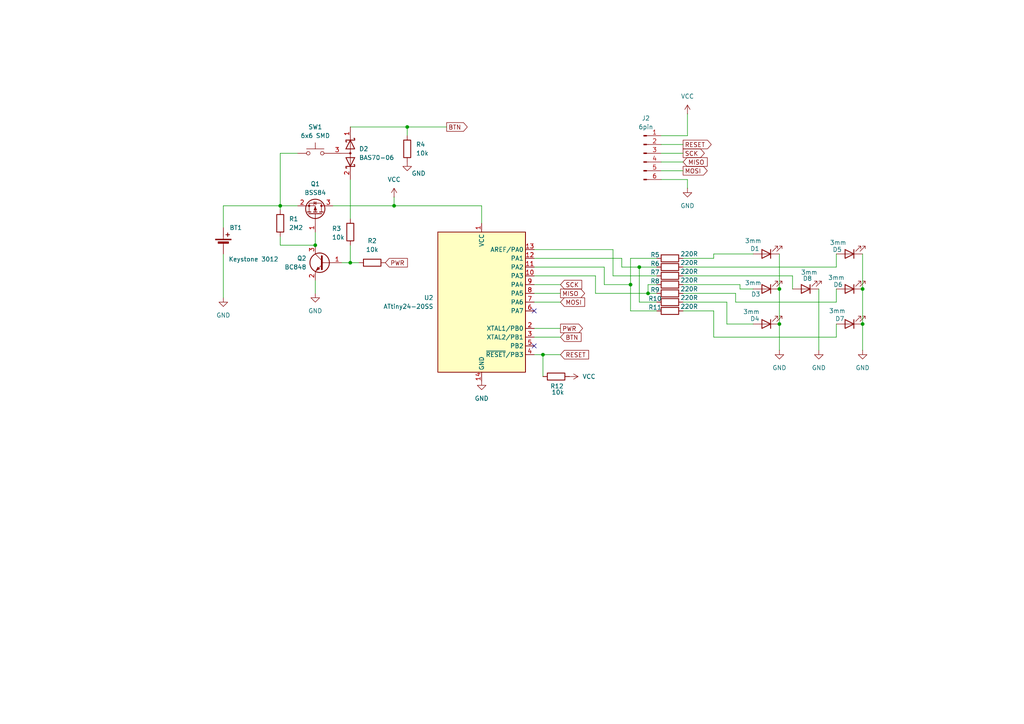
<source format=kicad_sch>
(kicad_sch (version 20250114) (generator "eeschema") (generator_version "9.0")
  (paper "A4")
  (title_block (title "Electronic dice (SMD)") (date "2025-09-17") (rev "1") (company "www.elektrokrouzek.cz"))
  (lib_symbols
    (symbol "Connector:Conn_01x06_Pin" (pin_names (offset 1.016) (hide yes))
      (property "Reference" "J" (at 0 7.62 0))
      (property "Value" "Conn_01x06_Pin" (at 0 -10.16 0))
      (symbol "Conn_01x06_Pin_1_1"
        (rectangle (start 0.8636 5.207) (end 0 4.953) (stroke (width 0.1524)) (fill (type outline)))
        (rectangle (start 0.8636 2.667) (end 0 2.413) (stroke (width 0.1524)) (fill (type outline)))
        (rectangle (start 0.8636 0.127) (end 0 -0.127) (stroke (width 0.1524)) (fill (type outline)))
        (rectangle (start 0.8636 -2.413) (end 0 -2.667) (stroke (width 0.1524)) (fill (type outline)))
        (rectangle (start 0.8636 -4.953) (end 0 -5.207) (stroke (width 0.1524)) (fill (type outline)))
        (rectangle (start 0.8636 -7.493) (end 0 -7.747) (stroke (width 0.1524)) (fill (type outline)))
        (polyline (pts (xy 1.27 5.08) (xy 0.8636 5.08)) (stroke (width 0.1524)))
        (polyline (pts (xy 1.27 2.54) (xy 0.8636 2.54)) (stroke (width 0.1524)))
        (polyline (pts (xy 1.27 0) (xy 0.8636 0)) (stroke (width 0.1524)))
        (polyline (pts (xy 1.27 -2.54) (xy 0.8636 -2.54)) (stroke (width 0.1524)))
        (polyline (pts (xy 1.27 -5.08) (xy 0.8636 -5.08)) (stroke (width 0.1524)))
        (polyline (pts (xy 1.27 -7.62) (xy 0.8636 -7.62)) (stroke (width 0.1524)))
        (pin passive line (at 5.08 5.08 180) (length 3.81) (name "Pin_1") (number "1"))
        (pin passive line (at 5.08 2.54 180) (length 3.81) (name "Pin_2") (number "2"))
        (pin passive line (at 5.08 0 180) (length 3.81) (name "Pin_3") (number "3"))
        (pin passive line (at 5.08 -2.54 180) (length 3.81) (name "Pin_4") (number "4"))
        (pin passive line (at 5.08 -5.08 180) (length 3.81) (name "Pin_5") (number "5"))
        (pin passive line (at 5.08 -7.62 180) (length 3.81) (name "Pin_6") (number "6"))
      )
    )
    (symbol "Device:Battery_Cell" (pin_numbers (hide yes)) (pin_names (offset 0) (hide yes))
      (property "Reference" "BT" (at 2.54 2.54 0))
      (property "Value" "Battery_Cell" (at 2.54 0 0))
      (symbol "Battery_Cell_0_1"
        (rectangle (start -2.286 1.778) (end 2.286 1.524) (fill (type outline)))
        (rectangle (start -1.524 1.016) (end 1.524 0.508) (fill (type outline)))
        (polyline (pts (xy 0 1.778) (xy 0 2.54)))
        (polyline (pts (xy 0 0.762) (xy 0 0)))
        (polyline (pts (xy 0.762 3.048) (xy 1.778 3.048)) (stroke (width 0.254)))
        (polyline (pts (xy 1.27 3.556) (xy 1.27 2.54)) (stroke (width 0.254)))
      )
      (symbol "Battery_Cell_1_1"
        (pin passive line (at 0 5.08 270) (length 2.54) (name "+") (number "1"))
        (pin passive line (at 0 -2.54 90) (length 2.54) (name "-") (number "2"))
      )
    )
    (symbol "Device:D_Schottky_Dual_CommonAnode_KKA" (pin_names (offset 0.762) (hide yes))
      (property "Reference" "D" (at 1.27 -2.54 0))
      (property "Value" "D_Schottky_Dual_CommonAnode_KKA" (at 0 2.54 0))
      (symbol "D_Schottky_Dual_CommonAnode_KKA_0_1"
        (polyline (pts (xy -3.81 1.27) (xy -3.81 -1.27) (xy -3.81 -1.27)) (stroke (width 0.254)))
        (polyline (pts (xy -3.81 1.27) (xy -4.318 1.27) (xy -4.318 1.016) (xy -4.318 1.016)) (stroke (width 0.254)))
        (polyline (pts (xy -3.556 0) (xy 3.81 0)))
        (polyline (pts (xy -3.302 -1.016) (xy -3.302 -1.27) (xy -3.81 -1.27) (xy -3.81 -1.27) (xy -3.81 -1.27)) (stroke (width 0.254)))
        (polyline (pts (xy -1.27 -1.27) (xy -3.81 0) (xy -1.27 1.27) (xy -1.27 -1.27) (xy -1.27 -1.27) (xy -1.27 -1.27)) (stroke (width 0.254)))
        (polyline (pts (xy 0 0) (xy 0 -2.54)))
        (circle (center 0 0) (radius 0.254) (fill (type outline)))
        (polyline (pts (xy 1.27 1.27) (xy 3.81 0) (xy 1.27 -1.27) (xy 1.27 1.27) (xy 1.27 1.27) (xy 1.27 1.27)) (stroke (width 0.254)))
        (polyline (pts (xy 3.81 1.27) (xy 3.81 -1.27) (xy 3.81 -1.27)) (stroke (width 0.254)))
        (polyline (pts (xy 3.81 1.27) (xy 3.302 1.27) (xy 3.302 1.016) (xy 3.302 1.016)) (stroke (width 0.254)))
        (polyline (pts (xy 3.81 -1.27) (xy 4.318 -1.27) (xy 4.318 -1.016) (xy 4.318 -1.016)) (stroke (width 0.254)))
        (pin passive line (at -7.62 0 0) (length 3.81) (name "K") (number "1"))
        (pin passive line (at 0 -5.08 90) (length 2.54) (name "A") (number "3"))
        (pin passive line (at 7.62 0 180) (length 3.81) (name "K") (number "2"))
      )
    )
    (symbol "Device:LED" (pin_numbers (hide yes)) (pin_names (offset 1.016) (hide yes))
      (property "Reference" "D" (at 0 2.54 0))
      (property "Value" "LED" (at 0 -2.54 0))
      (symbol "LED_0_1"
        (polyline (pts (xy -3.048 -0.762) (xy -4.572 -2.286) (xy -3.81 -2.286) (xy -4.572 -2.286) (xy -4.572 -1.524)))
        (polyline (pts (xy -1.778 -0.762) (xy -3.302 -2.286) (xy -2.54 -2.286) (xy -3.302 -2.286) (xy -3.302 -1.524)))
        (polyline (pts (xy -1.27 0) (xy 1.27 0)))
        (polyline (pts (xy -1.27 -1.27) (xy -1.27 1.27)) (stroke (width 0.254)))
        (polyline (pts (xy 1.27 -1.27) (xy 1.27 1.27) (xy -1.27 0) (xy 1.27 -1.27)) (stroke (width 0.254)))
      )
      (symbol "LED_1_1"
        (pin passive line (at -3.81 0 0) (length 2.54) (name "K") (number "1"))
        (pin passive line (at 3.81 0 180) (length 2.54) (name "A") (number "2"))
      )
    )
    (symbol "Device:R" (pin_numbers (hide yes)) (pin_names (offset 0))
      (property "Reference" "R" (at 2.032 0 90))
      (property "Value" "R" (at 0 0 90))
      (symbol "R_0_1"
        (rectangle (start -1.016 -2.54) (end 1.016 2.54) (stroke (width 0.254)))
      )
      (symbol "R_1_1"
        (pin passive line (at 0 3.81 270) (length 1.27) (name "~") (number "1"))
        (pin passive line (at 0 -3.81 90) (length 1.27) (name "~") (number "2"))
      )
    )
    (symbol "MCU_Microchip_ATtiny:ATtiny24-20SS"
      (property "Reference" "U" (at -12.7 21.59 0))
      (property "Value" "ATtiny24-20SS" (at 2.54 -21.59 0))
      (symbol "ATtiny24-20SS_0_1"
        (rectangle (start -12.7 -20.32) (end 12.7 20.32) (stroke (width 0.254)) (fill (type background)))
      )
      (symbol "ATtiny24-20SS_1_1"
        (pin power_in line (at 0 22.86 270) (length 2.54) (name "VCC") (number "1"))
        (pin power_in line (at 0 -22.86 90) (length 2.54) (name "GND") (number "14"))
        (pin bidirectional line (at 15.24 15.24 180) (length 2.54) (name "AREF/PA0") (number "13"))
        (pin bidirectional line (at 15.24 12.7 180) (length 2.54) (name "PA1") (number "12"))
        (pin bidirectional line (at 15.24 10.16 180) (length 2.54) (name "PA2") (number "11"))
        (pin bidirectional line (at 15.24 7.62 180) (length 2.54) (name "PA3") (number "10"))
        (pin bidirectional line (at 15.24 5.08 180) (length 2.54) (name "PA4") (number "9"))
        (pin bidirectional line (at 15.24 2.54 180) (length 2.54) (name "PA5") (number "8"))
        (pin bidirectional line (at 15.24 0 180) (length 2.54) (name "PA6") (number "7"))
        (pin bidirectional line (at 15.24 -2.54 180) (length 2.54) (name "PA7") (number "6"))
        (pin bidirectional line (at 15.24 -7.62 180) (length 2.54) (name "XTAL1/PB0") (number "2"))
        (pin bidirectional line (at 15.24 -10.16 180) (length 2.54) (name "XTAL2/PB1") (number "3"))
        (pin bidirectional line (at 15.24 -12.7 180) (length 2.54) (name "PB2") (number "5"))
        (pin bidirectional line (at 15.24 -15.24 180) (length 2.54) (name "~{RESET}/PB3") (number "4"))
      )
    )
    (symbol "Switch:SW_Push" (pin_numbers (hide yes)) (pin_names (offset 1.016) (hide yes))
      (property "Reference" "SW" (at 1.27 2.54 0))
      (property "Value" "SW_Push" (at 0 -1.524 0))
      (symbol "SW_Push_0_1"
        (circle (center -2.032 0) (radius 0.508))
        (polyline (pts (xy 0 1.27) (xy 0 3.048)))
        (circle (center 2.032 0) (radius 0.508))
        (polyline (pts (xy 2.54 1.27) (xy -2.54 1.27)))
        (pin passive line (at -5.08 0 0) (length 2.54) (name "1") (number "1"))
        (pin passive line (at 5.08 0 180) (length 2.54) (name "2") (number "2"))
      )
    )
    (symbol "Transistor_BJT:BC848" (pin_names (offset 0) (hide yes))
      (property "Reference" "Q" (at 5.08 1.905 0))
      (property "Value" "BC848" (at 5.08 0 0))
      (symbol "BC848_0_1"
        (polyline (pts (xy -2.54 0) (xy 0.635 0)))
        (polyline (pts (xy 0.635 1.905) (xy 0.635 -1.905)) (stroke (width 0.508)))
        (circle (center 1.27 0) (radius 2.8194) (stroke (width 0.254)))
      )
      (symbol "BC848_1_1"
        (polyline (pts (xy 0.635 0.635) (xy 2.54 2.54)))
        (polyline (pts (xy 0.635 -0.635) (xy 2.54 -2.54)))
        (polyline (pts (xy 1.27 -1.778) (xy 1.778 -1.27) (xy 2.286 -2.286) (xy 1.27 -1.778)) (fill (type outline)))
        (pin input line (at -5.08 0 0) (length 2.54) (name "B") (number "1"))
        (pin passive line (at 2.54 5.08 270) (length 2.54) (name "C") (number "3"))
        (pin passive line (at 2.54 -5.08 90) (length 2.54) (name "E") (number "2"))
      )
    )
    (symbol "Transistor_FET:BSS84" (pin_names (hide yes))
      (property "Reference" "Q" (at 5.08 1.905 0))
      (property "Value" "BSS84" (at 5.08 0 0))
      (symbol "BSS84_0_1"
        (polyline (pts (xy 0.254 1.905) (xy 0.254 -1.905)) (stroke (width 0.254)))
        (polyline (pts (xy 0.254 0) (xy -2.54 0)))
        (polyline (pts (xy 0.762 2.286) (xy 0.762 1.27)) (stroke (width 0.254)))
        (polyline (pts (xy 0.762 1.778) (xy 3.302 1.778) (xy 3.302 -1.778) (xy 0.762 -1.778)))
        (polyline (pts (xy 0.762 0.508) (xy 0.762 -0.508)) (stroke (width 0.254)))
        (polyline (pts (xy 0.762 -1.27) (xy 0.762 -2.286)) (stroke (width 0.254)))
        (circle (center 1.651 0) (radius 2.794) (stroke (width 0.254)))
        (polyline (pts (xy 2.286 0) (xy 1.27 0.381) (xy 1.27 -0.381) (xy 2.286 0)) (fill (type outline)))
        (polyline (pts (xy 2.54 2.54) (xy 2.54 1.778)))
        (circle (center 2.54 1.778) (radius 0.254) (fill (type outline)))
        (circle (center 2.54 -1.778) (radius 0.254) (fill (type outline)))
        (polyline (pts (xy 2.54 -2.54) (xy 2.54 0) (xy 0.762 0)))
        (polyline (pts (xy 2.794 -0.508) (xy 2.921 -0.381) (xy 3.683 -0.381) (xy 3.81 -0.254)))
        (polyline (pts (xy 3.302 -0.381) (xy 2.921 0.254) (xy 3.683 0.254) (xy 3.302 -0.381)))
      )
      (symbol "BSS84_1_1"
        (pin input line (at -5.08 0 0) (length 2.54) (name "G") (number "1"))
        (pin passive line (at 2.54 5.08 270) (length 2.54) (name "D") (number "3"))
        (pin passive line (at 2.54 -5.08 90) (length 2.54) (name "S") (number "2"))
      )
    )
    (symbol "power:GND" (power) (pin_numbers (hide yes)) (pin_names (offset 0) (hide yes))
      (property "Value" "GND" (at 0 -3.81 0))
      (symbol "GND_0_1"
        (polyline (pts (xy 0 0) (xy 0 -1.27) (xy 1.27 -1.27) (xy 0 -2.54) (xy -1.27 -1.27) (xy 0 -1.27)))
      )
      (symbol "GND_1_1"
        (pin power_in line (at 0 0 270) (length 0) (name "~") (number "1"))
      )
    )
    (symbol "power:VCC" (power) (pin_numbers (hide yes)) (pin_names (offset 0) (hide yes))
      (property "Value" "VCC" (at 0 3.556 0))
      (symbol "VCC_0_1"
        (polyline (pts (xy -0.762 1.27) (xy 0 2.54)))
        (polyline (pts (xy 0 2.54) (xy 0.762 1.27)))
        (polyline (pts (xy 0 0) (xy 0 2.54)))
      )
      (symbol "VCC_1_1"
        (pin power_in line (at 0 0 90) (length 0) (name "~") (number "1"))
      )
    )
  )
  (junction (at 81.28 59.69))
  (junction (at 187.96 85.09))
  (junction (at 114.3 59.69))
  (junction (at 182.88 82.55))
  (junction (at 226.06 83.82))
  (junction (at 250.19 83.82))
  (junction (at 157.48 102.87))
  (junction (at 250.19 93.98))
  (junction (at 185.42 77.47))
  (junction (at 118.11 36.83))
  (junction (at 226.06 93.98))
  (junction (at 91.44 71.12))
  (junction (at 101.6 76.2))
  (no_connect (at 154.94 90.17))
  (no_connect (at 154.94 100.33))
  (wire (pts (xy 250.19 83.82) (xy 250.19 93.98)))
  (wire (pts (xy 198.12 77.47) (xy 242.57 77.47)))
  (wire (pts (xy 242.57 87.63) (xy 242.57 83.82)))
  (wire (pts (xy 154.94 95.25) (xy 162.56 95.25)))
  (wire (pts (xy 199.39 52.07) (xy 199.39 54.61)))
  (wire (pts (xy 182.88 82.55) (xy 182.88 74.93)))
  (wire (pts (xy 214.63 82.55) (xy 214.63 83.82)))
  (wire (pts (xy 154.94 102.87) (xy 157.48 102.87)))
  (wire (pts (xy 81.28 60.96) (xy 81.28 59.69)))
  (wire (pts (xy 198.12 80.01) (xy 229.87 80.01)))
  (wire (pts (xy 154.94 97.79) (xy 162.56 97.79)))
  (wire (pts (xy 81.28 59.69) (xy 86.36 59.69)))
  (wire (pts (xy 190.5 90.17) (xy 182.88 90.17)))
  (wire (pts (xy 114.3 57.15) (xy 114.3 59.69)))
  (wire (pts (xy 177.8 72.39) (xy 154.94 72.39)))
  (wire (pts (xy 175.26 77.47) (xy 175.26 82.55)))
  (wire (pts (xy 190.5 80.01) (xy 177.8 80.01)))
  (wire (pts (xy 154.94 80.01) (xy 172.72 80.01)))
  (wire (pts (xy 199.39 39.37) (xy 199.39 33.02)))
  (wire (pts (xy 250.19 73.66) (xy 250.19 83.82)))
  (wire (pts (xy 182.88 74.93) (xy 190.5 74.93)))
  (wire (pts (xy 96.52 59.69) (xy 114.3 59.69)))
  (wire (pts (xy 226.06 83.82) (xy 226.06 93.98)))
  (wire (pts (xy 182.88 90.17) (xy 182.88 82.55)))
  (wire (pts (xy 185.42 87.63) (xy 185.42 77.47)))
  (wire (pts (xy 177.8 80.01) (xy 177.8 72.39)))
  (wire (pts (xy 180.34 74.93) (xy 180.34 77.47)))
  (wire (pts (xy 172.72 80.01) (xy 172.72 85.09)))
  (wire (pts (xy 154.94 87.63) (xy 162.56 87.63)))
  (wire (pts (xy 207.01 97.79) (xy 242.57 97.79)))
  (wire (pts (xy 91.44 81.28) (xy 91.44 85.09)))
  (wire (pts (xy 86.36 44.45) (xy 81.28 44.45)))
  (wire (pts (xy 157.48 102.87) (xy 162.56 102.87)))
  (wire (pts (xy 191.77 46.99) (xy 198.12 46.99)))
  (wire (pts (xy 118.11 36.83) (xy 129.54 36.83)))
  (wire (pts (xy 172.72 85.09) (xy 187.96 85.09)))
  (wire (pts (xy 114.3 59.69) (xy 139.7 59.69)))
  (wire (pts (xy 118.11 36.83) (xy 118.11 39.37)))
  (wire (pts (xy 81.28 44.45) (xy 81.28 59.69)))
  (wire (pts (xy 139.7 59.69) (xy 139.7 64.77)))
  (wire (pts (xy 191.77 49.53) (xy 198.12 49.53)))
  (wire (pts (xy 190.5 87.63) (xy 185.42 87.63)))
  (wire (pts (xy 187.96 85.09) (xy 187.96 82.55)))
  (wire (pts (xy 81.28 71.12) (xy 91.44 71.12)))
  (wire (pts (xy 210.82 93.98) (xy 218.44 93.98)))
  (wire (pts (xy 250.19 93.98) (xy 250.19 101.6)))
  (wire (pts (xy 237.49 83.82) (xy 237.49 101.6)))
  (wire (pts (xy 218.44 73.66) (xy 207.01 73.66)))
  (wire (pts (xy 101.6 36.83) (xy 118.11 36.83)))
  (wire (pts (xy 213.36 85.09) (xy 213.36 87.63)))
  (wire (pts (xy 101.6 76.2) (xy 99.06 76.2)))
  (wire (pts (xy 198.12 90.17) (xy 207.01 90.17)))
  (wire (pts (xy 198.12 85.09) (xy 213.36 85.09)))
  (wire (pts (xy 154.94 74.93) (xy 180.34 74.93)))
  (wire (pts (xy 191.77 39.37) (xy 199.39 39.37)))
  (wire (pts (xy 157.48 102.87) (xy 157.48 109.22)))
  (wire (pts (xy 207.01 73.66) (xy 207.01 74.93)))
  (wire (pts (xy 64.77 59.69) (xy 81.28 59.69)))
  (wire (pts (xy 213.36 87.63) (xy 242.57 87.63)))
  (wire (pts (xy 191.77 44.45) (xy 198.12 44.45)))
  (wire (pts (xy 198.12 87.63) (xy 210.82 87.63)))
  (wire (pts (xy 154.94 77.47) (xy 175.26 77.47)))
  (wire (pts (xy 64.77 73.66) (xy 64.77 86.36)))
  (wire (pts (xy 187.96 82.55) (xy 190.5 82.55)))
  (wire (pts (xy 207.01 74.93) (xy 198.12 74.93)))
  (wire (pts (xy 226.06 73.66) (xy 226.06 83.82)))
  (wire (pts (xy 191.77 41.91) (xy 198.12 41.91)))
  (wire (pts (xy 154.94 85.09) (xy 162.56 85.09)))
  (wire (pts (xy 242.57 77.47) (xy 242.57 73.66)))
  (wire (pts (xy 91.44 71.12) (xy 91.44 67.31)))
  (wire (pts (xy 154.94 82.55) (xy 162.56 82.55)))
  (wire (pts (xy 64.77 66.04) (xy 64.77 59.69)))
  (wire (pts (xy 242.57 97.79) (xy 242.57 93.98)))
  (wire (pts (xy 198.12 82.55) (xy 214.63 82.55)))
  (wire (pts (xy 191.77 52.07) (xy 199.39 52.07)))
  (wire (pts (xy 210.82 87.63) (xy 210.82 93.98)))
  (wire (pts (xy 180.34 77.47) (xy 185.42 77.47)))
  (wire (pts (xy 226.06 93.98) (xy 226.06 101.6)))
  (wire (pts (xy 101.6 52.07) (xy 101.6 63.5)))
  (wire (pts (xy 214.63 83.82) (xy 218.44 83.82)))
  (wire (pts (xy 101.6 71.12) (xy 101.6 76.2)))
  (wire (pts (xy 185.42 77.47) (xy 190.5 77.47)))
  (wire (pts (xy 104.14 76.2) (xy 101.6 76.2)))
  (wire (pts (xy 207.01 90.17) (xy 207.01 97.79)))
  (wire (pts (xy 175.26 82.55) (xy 182.88 82.55)))
  (wire (pts (xy 190.5 85.09) (xy 187.96 85.09)))
  (wire (pts (xy 81.28 68.58) (xy 81.28 71.12)))
  (wire (pts (xy 229.87 80.01) (xy 229.87 83.82)))
  (global_label "RESET" (shape input) (at 162.56 102.87 0) (property "Intersheetrefs" "${INTERSHEET_REFS}" (effects (hide yes))))
  (global_label "SCK" (shape output) (at 198.12 44.45 0) (property "Intersheetrefs" "${INTERSHEET_REFS}" (effects (hide yes))))
  (global_label "MOSI" (shape input) (at 162.56 87.63 0) (property "Intersheetrefs" "${INTERSHEET_REFS}" (effects (hide yes))))
  (global_label "MOSI" (shape output) (at 198.12 49.53 0) (property "Intersheetrefs" "${INTERSHEET_REFS}" (effects (hide yes))))
  (global_label "BTN" (shape output) (at 129.54 36.83 0) (property "Intersheetrefs" "${INTERSHEET_REFS}" (effects (hide yes))))
  (global_label "SCK" (shape input) (at 162.56 82.55 0) (property "Intersheetrefs" "${INTERSHEET_REFS}" (effects (hide yes))))
  (global_label "PWR" (shape output) (at 162.56 95.25 0) (property "Intersheetrefs" "${INTERSHEET_REFS}" (effects (hide yes))))
  (global_label "BTN" (shape input) (at 162.56 97.79 0) (property "Intersheetrefs" "${INTERSHEET_REFS}" (effects (hide yes))))
  (global_label "RESET" (shape output) (at 198.12 41.91 0) (property "Intersheetrefs" "${INTERSHEET_REFS}" (effects (hide yes))))
  (global_label "PWR" (shape input) (at 111.76 76.2 0) (property "Intersheetrefs" "${INTERSHEET_REFS}" (effects (hide yes))))
  (global_label "MISO" (shape input) (at 198.12 46.99 0) (property "Intersheetrefs" "${INTERSHEET_REFS}" (effects (hide yes))))
  (global_label "MISO" (shape output) (at 162.56 85.09 0) (property "Intersheetrefs" "${INTERSHEET_REFS}" (effects (hide yes))))
  (symbol (lib_id "Device:R") (at 194.31 74.93 270) (unit 1)
    (property "Reference" "R5" (at 189.992 73.914 90))
    (property "Value" "220R" (at 199.898 73.66 90))
    (property "Footprint" "Resistor_SMD:R_1206_3216Metric_Pad1.30x1.75mm_HandSolder" (effects (hide yes)))
    (property "Description" "Resistor" (effects (hide yes)))
  )
  (symbol (lib_id "power:GND") (at 237.49 101.6 0) (unit 1)
    (property "Reference" "#PWR08" (effects (hide yes)))
    (property "Value" "GND" (at 237.49 106.68 0))
    (property "Description" "Power symbol creates a global label with name \"GND\" , ground" (effects (hide yes)))
  )
  (symbol (lib_id "Device:LED") (at 246.38 73.66 180) (unit 1)
    (property "Reference" "D5" (at 242.824 72.39 0))
    (property "Value" "3mm" (at 243.078 70.358 0))
    (property "Footprint" "LED_THT:LED_D3.0mm" (effects (hide yes)))
    (property "Description" "Light emitting diode" (effects (hide yes)))
    (property "Sim.Pins" "1=K 2=A" (effects (hide yes)))
  )
  (symbol (lib_id "Device:R") (at 194.31 82.55 270) (unit 1)
    (property "Reference" "R8" (at 189.992 81.534 90))
    (property "Value" "220R" (at 199.898 81.28 90))
    (property "Footprint" "Resistor_SMD:R_1206_3216Metric_Pad1.30x1.75mm_HandSolder" (effects (hide yes)))
    (property "Description" "Resistor" (effects (hide yes)))
  )
  (symbol (lib_id "Device:R") (at 118.11 43.18 180) (unit 1)
    (property "Reference" "R4" (at 120.65 41.9099 0) (effects (justify right)))
    (property "Value" "10k" (at 120.65 44.4499 0) (effects (justify right)))
    (property "Footprint" "Resistor_SMD:R_1206_3216Metric_Pad1.30x1.75mm_HandSolder" (effects (hide yes)))
    (property "Description" "Resistor" (effects (hide yes)))
  )
  (symbol (lib_id "Device:LED") (at 246.38 93.98 180) (unit 1)
    (property "Reference" "D7" (at 243.586 92.456 0))
    (property "Value" "3mm" (at 242.824 90.17 0))
    (property "Footprint" "LED_THT:LED_D3.0mm" (effects (hide yes)))
    (property "Description" "Light emitting diode" (effects (hide yes)))
    (property "Sim.Pins" "1=K 2=A" (effects (hide yes)))
  )
  (symbol (lib_id "Connector:Conn_01x06_Pin") (at 186.69 44.45 0) (unit 1)
    (property "Reference" "J2" (at 187.325 34.29 0))
    (property "Value" "6pin" (at 187.325 36.83 0))
    (property "Footprint" "Connector_PinHeader_2.54mm:PinHeader_1x06_P2.54mm_Vertical" (effects (hide yes)))
    (property "Description" "Generic connector, single row, 01x06, script generated" (effects (hide yes)))
  )
  (symbol (lib_id "power:GND") (at 118.11 46.99 0) (unit 1)
    (property "Reference" "#PWR07" (effects (hide yes)))
    (property "Value" "GND" (at 121.412 50.292 0))
    (property "Description" "Power symbol creates a global label with name \"GND\" , ground" (effects (hide yes)))
  )
  (symbol (lib_id "power:VCC") (at 114.3 57.15 0) (unit 1)
    (property "Reference" "#PWR06" (effects (hide yes)))
    (property "Value" "VCC" (at 114.3 52.07 0))
    (property "Description" "Power symbol creates a global label with name \"VCC\"" (effects (hide yes)))
  )
  (symbol (lib_id "Device:LED") (at 222.25 73.66 180) (unit 1)
    (property "Reference" "D1" (at 218.948 72.136 0))
    (property "Value" "3mm" (at 218.44 69.85 0))
    (property "Footprint" "LED_THT:LED_D3.0mm" (effects (hide yes)))
    (property "Description" "Light emitting diode" (effects (hide yes)))
    (property "Sim.Pins" "1=K 2=A" (effects (hide yes)))
  )
  (symbol (lib_id "Switch:SW_Push") (at 91.44 44.45 0) (unit 1)
    (property "Reference" "SW1" (at 91.44 36.83 0))
    (property "Value" "6x6 SMD" (at 91.44 39.37 0))
    (property "Footprint" "Button_Switch_SMD:SW_SPST_PTS645" (effects (hide yes)))
    (property "Description" "Push button switch, generic, two pins" (effects (hide yes)))
  )
  (symbol (lib_id "Device:LED") (at 233.68 83.82 180) (unit 1)
    (property "Reference" "D8" (at 234.188 80.772 0))
    (property "Value" "3mm" (at 234.696 78.994 0))
    (property "Footprint" "LED_THT:LED_D3.0mm" (effects (hide yes)))
    (property "Description" "Light emitting diode" (effects (hide yes)))
    (property "Sim.Pins" "1=K 2=A" (effects (hide yes)))
  )
  (symbol (lib_id "Device:R") (at 194.31 87.63 270) (unit 1)
    (property "Reference" "R10" (at 189.992 86.614 90))
    (property "Value" "220R" (at 199.898 86.36 90))
    (property "Footprint" "Resistor_SMD:R_1206_3216Metric_Pad1.30x1.75mm_HandSolder" (effects (hide yes)))
    (property "Description" "Resistor" (effects (hide yes)))
  )
  (symbol (lib_id "Device:LED") (at 222.25 93.98 180) (unit 1)
    (property "Reference" "D4" (at 218.948 92.456 0))
    (property "Value" "3mm" (at 217.932 90.424 0))
    (property "Footprint" "LED_THT:LED_D3.0mm" (effects (hide yes)))
    (property "Description" "Light emitting diode" (effects (hide yes)))
    (property "Sim.Pins" "1=K 2=A" (effects (hide yes)))
  )
  (symbol (lib_id "Device:LED") (at 222.25 83.82 180) (unit 1)
    (property "Reference" "D3" (at 219.202 85.344 0))
    (property "Value" "3mm" (at 218.44 82.042 0))
    (property "Footprint" "LED_THT:LED_D3.0mm" (effects (hide yes)))
    (property "Description" "Light emitting diode" (effects (hide yes)))
    (property "Sim.Pins" "1=K 2=A" (effects (hide yes)))
  )
  (symbol (lib_id "power:GND") (at 64.77 86.36 0) (unit 1)
    (property "Reference" "#PWR01" (effects (hide yes)))
    (property "Value" "GND" (at 64.77 91.44 0))
    (property "Description" "Power symbol creates a global label with name \"GND\" , ground" (effects (hide yes)))
  )
  (symbol (lib_id "Device:R") (at 194.31 80.01 270) (unit 1)
    (property "Reference" "R7" (at 189.992 78.994 90))
    (property "Value" "220R" (at 199.898 78.74 90))
    (property "Footprint" "Resistor_SMD:R_1206_3216Metric_Pad1.30x1.75mm_HandSolder" (effects (hide yes)))
    (property "Description" "Resistor" (effects (hide yes)))
  )
  (symbol (lib_id "Device:R") (at 194.31 77.47 270) (unit 1)
    (property "Reference" "R6" (at 189.992 76.454 90))
    (property "Value" "220R" (at 199.898 76.2 90))
    (property "Footprint" "Resistor_SMD:R_1206_3216Metric_Pad1.30x1.75mm_HandSolder" (effects (hide yes)))
    (property "Description" "Resistor" (effects (hide yes)))
  )
  (symbol (lib_id "power:GND") (at 91.44 85.09 0) (unit 1)
    (property "Reference" "#PWR02" (effects (hide yes)))
    (property "Value" "GND" (at 91.44 90.17 0))
    (property "Description" "Power symbol creates a global label with name \"GND\" , ground" (effects (hide yes)))
  )
  (symbol (lib_id "Device:R") (at 194.31 90.17 270) (unit 1)
    (property "Reference" "R11" (at 189.992 89.154 90))
    (property "Value" "220R" (at 199.898 88.9 90))
    (property "Footprint" "Resistor_SMD:R_1206_3216Metric_Pad1.30x1.75mm_HandSolder" (effects (hide yes)))
    (property "Description" "Resistor" (effects (hide yes)))
  )
  (symbol (lib_id "Transistor_FET:BSS84") (at 91.44 62.23 270) (mirror x) (unit 1)
    (property "Reference" "Q1" (at 91.44 53.34 90))
    (property "Value" "BSS84" (at 91.44 55.88 90))
    (property "Footprint" "Package_TO_SOT_SMD:SOT-23_Handsoldering" (effects (hide yes)))
    (property "Datasheet" "http://assets.nexperia.com/documents/data-sheet/BSS84.pdf" (effects (hide yes)))
    (property "Description" "-0.13A Id, -50V Vds, P-Channel MOSFET, SOT-23" (effects (hide yes)))
  )
  (symbol (lib_id "power:GND") (at 199.39 54.61 0) (unit 1)
    (property "Reference" "#PWR05" (effects (hide yes)))
    (property "Value" "GND" (at 199.39 59.69 0))
    (property "Description" "Power symbol creates a global label with name \"GND\" , ground" (effects (hide yes)))
  )
  (symbol (lib_id "Device:R") (at 81.28 64.77 0) (unit 1)
    (property "Reference" "R1" (at 83.82 63.4999 0) (effects (justify left)))
    (property "Value" "2M2" (at 83.82 66.0399 0) (effects (justify left)))
    (property "Footprint" "Resistor_SMD:R_1206_3216Metric_Pad1.30x1.75mm_HandSolder" (effects (hide yes)))
    (property "Description" "Resistor" (effects (hide yes)))
  )
  (symbol (lib_id "Device:D_Schottky_Dual_CommonAnode_KKA") (at 101.6 44.45 270) (unit 1)
    (property "Reference" "D2" (at 104.14 43.1799 90) (effects (justify left)))
    (property "Value" "BAS70-06" (at 104.14 45.7199 90) (effects (justify left)))
    (property "Footprint" "Package_TO_SOT_SMD:SOT-23_Handsoldering" (effects (hide yes)))
    (property "Description" "Dual Schottky diode, common anode on pin 3" (effects (hide yes)))
  )
  (symbol (lib_id "Device:Battery_Cell") (at 64.77 71.12 0) (unit 1)
    (property "Reference" "BT1" (at 66.548 66.04 0) (effects (justify left)))
    (property "Value" "Keystone 3012" (at 66.294 75.184 0) (effects (justify left)))
    (property "Footprint" "Krouzek:Keystone 3012" (effects (hide yes)))
    (property "Description" "Single-cell battery" (effects (hide yes)))
  )
  (symbol (lib_id "MCU_Microchip_ATtiny:ATtiny24-20SS") (at 139.7 87.63 0) (unit 1)
    (property "Reference" "U2" (at 125.73 86.3599 0) (effects (justify right)))
    (property "Value" "ATtiny24-20SS" (at 125.73 88.8999 0) (effects (justify right)))
    (property "Footprint" "Package_SO:SOIC-14_3.9x8.7mm_P1.27mm" (effects (hide yes)))
    (property "Datasheet" "http://ww1.microchip.com/downloads/en/DeviceDoc/doc8006.pdf" (effects (hide yes)))
    (property "Description" "20MHz, 2kB Flash, 128B SRAM, 128B EEPROM, debugWIRE, SOIC-14" (effects (hide yes)))
  )
  (symbol (lib_id "power:GND") (at 226.06 101.6 0) (unit 1)
    (property "Reference" "#PWR09" (effects (hide yes)))
    (property "Value" "GND" (at 226.06 106.68 0))
    (property "Description" "Power symbol creates a global label with name \"GND\" , ground" (effects (hide yes)))
  )
  (symbol (lib_id "Transistor_BJT:BC848") (at 93.98 76.2 0) (mirror y) (unit 1)
    (property "Reference" "Q2" (at 88.9 74.9299 0) (effects (justify left)))
    (property "Value" "BC848" (at 88.9 77.4699 0) (effects (justify left)))
    (property "Footprint" "Package_TO_SOT_SMD:SOT-23_Handsoldering" (effects (hide yes)))
    (property "Datasheet" "http://www.infineon.com/dgdl/Infineon-BC847SERIES_BC848SERIES_BC849SERIES_BC850SERIES-DS-v01_01-en.pdf?fileId=db3a304314dca389011541d4630a1657" (effects (hide yes)))
    (property "Description" "0.1A Ic, 30V Vce, NPN Transistor, SOT-23" (effects (hide yes)))
  )
  (symbol (lib_id "power:GND") (at 250.19 101.6 0) (unit 1)
    (property "Reference" "#PWR010" (effects (hide yes)))
    (property "Value" "GND" (at 250.19 106.68 0))
    (property "Description" "Power symbol creates a global label with name \"GND\" , ground" (effects (hide yes)))
  )
  (symbol (lib_id "Device:R") (at 194.31 85.09 270) (unit 1)
    (property "Reference" "R9" (at 189.992 84.074 90))
    (property "Value" "220R" (at 199.898 83.82 90))
    (property "Footprint" "Resistor_SMD:R_1206_3216Metric_Pad1.30x1.75mm_HandSolder" (effects (hide yes)))
    (property "Description" "Resistor" (effects (hide yes)))
  )
  (symbol (lib_id "power:VCC") (at 165.1 109.22 270) (unit 1)
    (property "Reference" "#PWR011" (effects (hide yes)))
    (property "Value" "VCC" (at 168.91 109.2199 90) (effects (justify left)))
    (property "Description" "Power symbol creates a global label with name \"VCC\"" (effects (hide yes)))
  )
  (symbol (lib_id "Device:R") (at 107.95 76.2 90) (unit 1)
    (property "Reference" "R2" (at 107.95 69.85 90))
    (property "Value" "10k" (at 107.95 72.39 90))
    (property "Footprint" "Resistor_SMD:R_1206_3216Metric_Pad1.30x1.75mm_HandSolder" (effects (hide yes)))
    (property "Description" "Resistor" (effects (hide yes)))
  )
  (symbol (lib_id "power:VCC") (at 199.39 33.02 0) (unit 1)
    (property "Reference" "#PWR04" (effects (hide yes)))
    (property "Value" "VCC" (at 199.39 27.94 0))
    (property "Description" "Power symbol creates a global label with name \"VCC\"" (effects (hide yes)))
  )
  (symbol (lib_id "Device:R") (at 101.6 67.31 180) (unit 1)
    (property "Reference" "R3" (at 96.266 66.294 0) (effects (justify right)))
    (property "Value" "10k" (at 96.266 68.834 0) (effects (justify right)))
    (property "Footprint" "Resistor_SMD:R_1206_3216Metric_Pad1.30x1.75mm_HandSolder" (effects (hide yes)))
    (property "Description" "Resistor" (effects (hide yes)))
  )
  (symbol (lib_id "Device:LED") (at 246.38 83.82 180) (unit 1)
    (property "Reference" "D6" (at 243.078 82.55 0))
    (property "Value" "3mm" (at 242.57 80.518 0))
    (property "Footprint" "LED_THT:LED_D3.0mm" (effects (hide yes)))
    (property "Description" "Light emitting diode" (effects (hide yes)))
    (property "Sim.Pins" "1=K 2=A" (effects (hide yes)))
  )
  (symbol (lib_id "power:GND") (at 139.7 110.49 0) (unit 1)
    (property "Reference" "#PWR03" (effects (hide yes)))
    (property "Value" "GND" (at 139.7 115.57 0))
    (property "Description" "Power symbol creates a global label with name \"GND\" , ground" (effects (hide yes)))
  )
  (symbol (lib_id "Device:R") (at 161.29 109.22 90) (unit 1)
    (property "Reference" "R12" (at 161.544 112.014 90))
    (property "Value" "10k" (at 161.798 113.792 90))
    (property "Footprint" "Resistor_SMD:R_1206_3216Metric_Pad1.30x1.75mm_HandSolder" (effects (hide yes)))
    (property "Description" "Resistor" (effects (hide yes)))
  )
)
</source>
